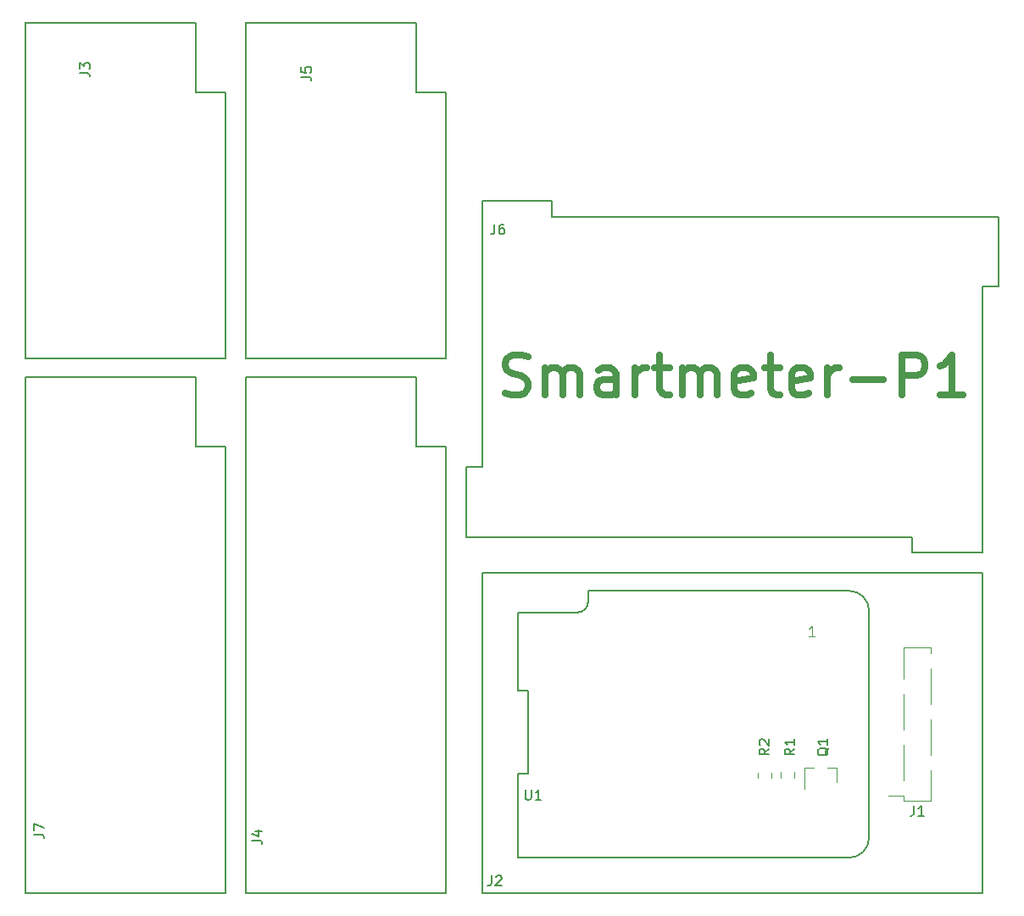
<source format=gbr>
%TF.GenerationSoftware,KiCad,Pcbnew,5.1.6-c6e7f7d~86~ubuntu18.04.1*%
%TF.CreationDate,2020-05-16T18:56:39+02:00*%
%TF.ProjectId,slimme-meter-tra,736c696d-6d65-42d6-9d65-7465722d7472,rev?*%
%TF.SameCoordinates,Original*%
%TF.FileFunction,Legend,Top*%
%TF.FilePolarity,Positive*%
%FSLAX46Y46*%
G04 Gerber Fmt 4.6, Leading zero omitted, Abs format (unit mm)*
G04 Created by KiCad (PCBNEW 5.1.6-c6e7f7d~86~ubuntu18.04.1) date 2020-05-16 18:56:39*
%MOMM*%
%LPD*%
G01*
G04 APERTURE LIST*
%ADD10C,0.700000*%
%ADD11C,0.200000*%
%ADD12C,0.150000*%
%ADD13C,0.120000*%
%ADD14C,0.015000*%
G04 APERTURE END LIST*
D10*
X127942857Y-75019047D02*
X128514285Y-75209523D01*
X129466666Y-75209523D01*
X129847619Y-75019047D01*
X130038095Y-74828571D01*
X130228571Y-74447619D01*
X130228571Y-74066666D01*
X130038095Y-73685714D01*
X129847619Y-73495238D01*
X129466666Y-73304761D01*
X128704761Y-73114285D01*
X128323809Y-72923809D01*
X128133333Y-72733333D01*
X127942857Y-72352380D01*
X127942857Y-71971428D01*
X128133333Y-71590476D01*
X128323809Y-71400000D01*
X128704761Y-71209523D01*
X129657142Y-71209523D01*
X130228571Y-71400000D01*
X131942857Y-75209523D02*
X131942857Y-72542857D01*
X131942857Y-72923809D02*
X132133333Y-72733333D01*
X132514285Y-72542857D01*
X133085714Y-72542857D01*
X133466666Y-72733333D01*
X133657142Y-73114285D01*
X133657142Y-75209523D01*
X133657142Y-73114285D02*
X133847619Y-72733333D01*
X134228571Y-72542857D01*
X134800000Y-72542857D01*
X135180952Y-72733333D01*
X135371428Y-73114285D01*
X135371428Y-75209523D01*
X138990476Y-75209523D02*
X138990476Y-73114285D01*
X138800000Y-72733333D01*
X138419047Y-72542857D01*
X137657142Y-72542857D01*
X137276190Y-72733333D01*
X138990476Y-75019047D02*
X138609523Y-75209523D01*
X137657142Y-75209523D01*
X137276190Y-75019047D01*
X137085714Y-74638095D01*
X137085714Y-74257142D01*
X137276190Y-73876190D01*
X137657142Y-73685714D01*
X138609523Y-73685714D01*
X138990476Y-73495238D01*
X140895238Y-75209523D02*
X140895238Y-72542857D01*
X140895238Y-73304761D02*
X141085714Y-72923809D01*
X141276190Y-72733333D01*
X141657142Y-72542857D01*
X142038095Y-72542857D01*
X142800000Y-72542857D02*
X144323809Y-72542857D01*
X143371428Y-71209523D02*
X143371428Y-74638095D01*
X143561904Y-75019047D01*
X143942857Y-75209523D01*
X144323809Y-75209523D01*
X145657142Y-75209523D02*
X145657142Y-72542857D01*
X145657142Y-72923809D02*
X145847619Y-72733333D01*
X146228571Y-72542857D01*
X146800000Y-72542857D01*
X147180952Y-72733333D01*
X147371428Y-73114285D01*
X147371428Y-75209523D01*
X147371428Y-73114285D02*
X147561904Y-72733333D01*
X147942857Y-72542857D01*
X148514285Y-72542857D01*
X148895238Y-72733333D01*
X149085714Y-73114285D01*
X149085714Y-75209523D01*
X152514285Y-75019047D02*
X152133333Y-75209523D01*
X151371428Y-75209523D01*
X150990476Y-75019047D01*
X150800000Y-74638095D01*
X150800000Y-73114285D01*
X150990476Y-72733333D01*
X151371428Y-72542857D01*
X152133333Y-72542857D01*
X152514285Y-72733333D01*
X152704761Y-73114285D01*
X152704761Y-73495238D01*
X150800000Y-73876190D01*
X153847619Y-72542857D02*
X155371428Y-72542857D01*
X154419047Y-71209523D02*
X154419047Y-74638095D01*
X154609523Y-75019047D01*
X154990476Y-75209523D01*
X155371428Y-75209523D01*
X158228571Y-75019047D02*
X157847619Y-75209523D01*
X157085714Y-75209523D01*
X156704761Y-75019047D01*
X156514285Y-74638095D01*
X156514285Y-73114285D01*
X156704761Y-72733333D01*
X157085714Y-72542857D01*
X157847619Y-72542857D01*
X158228571Y-72733333D01*
X158419047Y-73114285D01*
X158419047Y-73495238D01*
X156514285Y-73876190D01*
X160133333Y-75209523D02*
X160133333Y-72542857D01*
X160133333Y-73304761D02*
X160323809Y-72923809D01*
X160514285Y-72733333D01*
X160895238Y-72542857D01*
X161276190Y-72542857D01*
X162609523Y-73685714D02*
X165657142Y-73685714D01*
X167561904Y-75209523D02*
X167561904Y-71209523D01*
X169085714Y-71209523D01*
X169466666Y-71400000D01*
X169657142Y-71590476D01*
X169847619Y-71971428D01*
X169847619Y-72542857D01*
X169657142Y-72923809D01*
X169466666Y-73114285D01*
X169085714Y-73304761D01*
X167561904Y-73304761D01*
X173657142Y-75209523D02*
X171371428Y-75209523D01*
X172514285Y-75209523D02*
X172514285Y-71209523D01*
X172133333Y-71780952D01*
X171752380Y-72161904D01*
X171371428Y-72352380D01*
D11*
X125600000Y-93000000D02*
X175600000Y-93000000D01*
X125600000Y-93000000D02*
X125600000Y-125000000D01*
X175600000Y-125000000D02*
X175600000Y-93000000D01*
X125600000Y-125000000D02*
X175600000Y-125000000D01*
X124000000Y-82400000D02*
X124000000Y-89400000D01*
X168600000Y-91000000D02*
X175600000Y-91000000D01*
X125600000Y-55800000D02*
X132600000Y-55800000D01*
X175600000Y-91000000D02*
X175600000Y-64400000D01*
X124000000Y-89400000D02*
X168600000Y-89400000D01*
X168600000Y-89400000D02*
X168600000Y-91000000D01*
X125600000Y-55800000D02*
X125600000Y-82400000D01*
X125600000Y-82400000D02*
X124000000Y-82400000D01*
X132600000Y-57400000D02*
X177200000Y-57400000D01*
X132600000Y-57400000D02*
X132600000Y-55800000D01*
X177200000Y-64400000D02*
X177200000Y-57400000D01*
X175600000Y-64400000D02*
X177200000Y-64400000D01*
X119000000Y-73400000D02*
X119000000Y-80400000D01*
X119000000Y-73400000D02*
X102000000Y-73400000D01*
X119000000Y-80400000D02*
X122000000Y-80400000D01*
X122000000Y-125000000D02*
X122000000Y-80400000D01*
X102000000Y-73400000D02*
X102000000Y-125000000D01*
X102000000Y-125000000D02*
X122000000Y-125000000D01*
X97000000Y-73400000D02*
X97000000Y-80400000D01*
X97000000Y-73400000D02*
X80000000Y-73400000D01*
X97000000Y-80400000D02*
X100000000Y-80400000D01*
X100000000Y-125000000D02*
X100000000Y-80400000D01*
X80000000Y-73400000D02*
X80000000Y-125000000D01*
X80000000Y-125000000D02*
X100000000Y-125000000D01*
X119000000Y-38000000D02*
X119000000Y-45000000D01*
X122000000Y-71600000D02*
X102000000Y-71600000D01*
X102000000Y-38000000D02*
X119000000Y-38000000D01*
X122000000Y-45000000D02*
X122000000Y-71600000D01*
X119000000Y-45000000D02*
X122000000Y-45000000D01*
X102030000Y-71597000D02*
X102030000Y-37997000D01*
X97000000Y-38000000D02*
X97000000Y-45000000D01*
X100000000Y-71600000D02*
X80000000Y-71600000D01*
X80000000Y-38000000D02*
X97000000Y-38000000D01*
X100000000Y-45000000D02*
X100000000Y-71600000D01*
X97000000Y-45000000D02*
X100000000Y-45000000D01*
X80030000Y-71597000D02*
X80030000Y-37997000D01*
D12*
X129186000Y-121448000D02*
X162266000Y-121448000D01*
X164266000Y-119448000D02*
X164266000Y-96788000D01*
X162266000Y-94788000D02*
X136186000Y-94788000D01*
X129186000Y-96938000D02*
X129186000Y-104798000D01*
X129186000Y-104798000D02*
X130186000Y-104798000D01*
X130186000Y-104798000D02*
X130186000Y-113018000D01*
X130186000Y-113018000D02*
X129186000Y-113018000D01*
X129186000Y-113018000D02*
X129186000Y-121447999D01*
X129186000Y-96938000D02*
X135186000Y-96938000D01*
X136186000Y-95948000D02*
X136186000Y-94788000D01*
X136186000Y-94788000D02*
X136186000Y-94788000D01*
X135186000Y-96938000D02*
G75*
G03*
X136186000Y-95938000I0J1000000D01*
G01*
X162266000Y-121448000D02*
G75*
G03*
X164266000Y-119448000I0J2000000D01*
G01*
X164266000Y-96788000D02*
G75*
G03*
X162266000Y-94788000I-2000000J0D01*
G01*
D13*
X170406000Y-115798000D02*
X167746000Y-115798000D01*
X170406000Y-100438000D02*
X167746000Y-100438000D01*
X167746000Y-113708000D02*
X167746000Y-110148000D01*
X167746000Y-108628000D02*
X167746000Y-105068000D01*
X167746000Y-103548000D02*
X167746000Y-100438000D01*
X170406000Y-115798000D02*
X170406000Y-112688000D01*
X167746000Y-115228000D02*
X166226000Y-115228000D01*
X167746000Y-115798000D02*
X167746000Y-115228000D01*
X170406000Y-101008000D02*
X170406000Y-100438000D01*
X170406000Y-111168000D02*
X170406000Y-107608000D01*
X170406000Y-106088000D02*
X170406000Y-102528000D01*
X154546000Y-112936748D02*
X154546000Y-113459252D01*
X153126000Y-112936748D02*
X153126000Y-113459252D01*
X156832000Y-112927748D02*
X156832000Y-113450252D01*
X155412000Y-112927748D02*
X155412000Y-113450252D01*
X161004000Y-112438000D02*
X160074000Y-112438000D01*
X157844000Y-112438000D02*
X158774000Y-112438000D01*
X157844000Y-112438000D02*
X157844000Y-114598000D01*
X161004000Y-112438000D02*
X161004000Y-113898000D01*
D12*
X126566666Y-123252380D02*
X126566666Y-123966666D01*
X126519047Y-124109523D01*
X126423809Y-124204761D01*
X126280952Y-124252380D01*
X126185714Y-124252380D01*
X126995238Y-123347619D02*
X127042857Y-123300000D01*
X127138095Y-123252380D01*
X127376190Y-123252380D01*
X127471428Y-123300000D01*
X127519047Y-123347619D01*
X127566666Y-123442857D01*
X127566666Y-123538095D01*
X127519047Y-123680952D01*
X126947619Y-124252380D01*
X127566666Y-124252380D01*
X126866666Y-58152380D02*
X126866666Y-58866666D01*
X126819047Y-59009523D01*
X126723809Y-59104761D01*
X126580952Y-59152380D01*
X126485714Y-59152380D01*
X127771428Y-58152380D02*
X127580952Y-58152380D01*
X127485714Y-58200000D01*
X127438095Y-58247619D01*
X127342857Y-58390476D01*
X127295238Y-58580952D01*
X127295238Y-58961904D01*
X127342857Y-59057142D01*
X127390476Y-59104761D01*
X127485714Y-59152380D01*
X127676190Y-59152380D01*
X127771428Y-59104761D01*
X127819047Y-59057142D01*
X127866666Y-58961904D01*
X127866666Y-58723809D01*
X127819047Y-58628571D01*
X127771428Y-58580952D01*
X127676190Y-58533333D01*
X127485714Y-58533333D01*
X127390476Y-58580952D01*
X127342857Y-58628571D01*
X127295238Y-58723809D01*
X102652380Y-119733333D02*
X103366666Y-119733333D01*
X103509523Y-119780952D01*
X103604761Y-119876190D01*
X103652380Y-120019047D01*
X103652380Y-120114285D01*
X102985714Y-118828571D02*
X103652380Y-118828571D01*
X102604761Y-119066666D02*
X103319047Y-119304761D01*
X103319047Y-118685714D01*
X80852380Y-119133333D02*
X81566666Y-119133333D01*
X81709523Y-119180952D01*
X81804761Y-119276190D01*
X81852380Y-119419047D01*
X81852380Y-119514285D01*
X80852380Y-118752380D02*
X80852380Y-118085714D01*
X81852380Y-118514285D01*
X107552380Y-43433333D02*
X108266666Y-43433333D01*
X108409523Y-43480952D01*
X108504761Y-43576190D01*
X108552380Y-43719047D01*
X108552380Y-43814285D01*
X107552380Y-42480952D02*
X107552380Y-42957142D01*
X108028571Y-43004761D01*
X107980952Y-42957142D01*
X107933333Y-42861904D01*
X107933333Y-42623809D01*
X107980952Y-42528571D01*
X108028571Y-42480952D01*
X108123809Y-42433333D01*
X108361904Y-42433333D01*
X108457142Y-42480952D01*
X108504761Y-42528571D01*
X108552380Y-42623809D01*
X108552380Y-42861904D01*
X108504761Y-42957142D01*
X108457142Y-43004761D01*
X85452380Y-43033333D02*
X86166666Y-43033333D01*
X86309523Y-43080952D01*
X86404761Y-43176190D01*
X86452380Y-43319047D01*
X86452380Y-43414285D01*
X85452380Y-42652380D02*
X85452380Y-42033333D01*
X85833333Y-42366666D01*
X85833333Y-42223809D01*
X85880952Y-42128571D01*
X85928571Y-42080952D01*
X86023809Y-42033333D01*
X86261904Y-42033333D01*
X86357142Y-42080952D01*
X86404761Y-42128571D01*
X86452380Y-42223809D01*
X86452380Y-42509523D01*
X86404761Y-42604761D01*
X86357142Y-42652380D01*
X129938095Y-114652380D02*
X129938095Y-115461904D01*
X129985714Y-115557142D01*
X130033333Y-115604761D01*
X130128571Y-115652380D01*
X130319047Y-115652380D01*
X130414285Y-115604761D01*
X130461904Y-115557142D01*
X130509523Y-115461904D01*
X130509523Y-114652380D01*
X131509523Y-115652380D02*
X130938095Y-115652380D01*
X131223809Y-115652380D02*
X131223809Y-114652380D01*
X131128571Y-114795238D01*
X131033333Y-114890476D01*
X130938095Y-114938095D01*
D14*
X158820714Y-99299380D02*
X158249285Y-99299380D01*
X158535000Y-99299380D02*
X158535000Y-98299380D01*
X158439761Y-98442238D01*
X158344523Y-98537476D01*
X158249285Y-98585095D01*
X158820714Y-99299380D02*
X158249285Y-99299380D01*
X158535000Y-99299380D02*
X158535000Y-98299380D01*
X158439761Y-98442238D01*
X158344523Y-98537476D01*
X158249285Y-98585095D01*
D12*
X168742666Y-116250380D02*
X168742666Y-116964666D01*
X168695047Y-117107523D01*
X168599809Y-117202761D01*
X168456952Y-117250380D01*
X168361714Y-117250380D01*
X169742666Y-117250380D02*
X169171238Y-117250380D01*
X169456952Y-117250380D02*
X169456952Y-116250380D01*
X169361714Y-116393238D01*
X169266476Y-116488476D01*
X169171238Y-116536095D01*
X154288380Y-110570666D02*
X153812190Y-110904000D01*
X154288380Y-111142095D02*
X153288380Y-111142095D01*
X153288380Y-110761142D01*
X153336000Y-110665904D01*
X153383619Y-110618285D01*
X153478857Y-110570666D01*
X153621714Y-110570666D01*
X153716952Y-110618285D01*
X153764571Y-110665904D01*
X153812190Y-110761142D01*
X153812190Y-111142095D01*
X153383619Y-110189714D02*
X153336000Y-110142095D01*
X153288380Y-110046857D01*
X153288380Y-109808761D01*
X153336000Y-109713523D01*
X153383619Y-109665904D01*
X153478857Y-109618285D01*
X153574095Y-109618285D01*
X153716952Y-109665904D01*
X154288380Y-110237333D01*
X154288380Y-109618285D01*
X156828380Y-110570666D02*
X156352190Y-110904000D01*
X156828380Y-111142095D02*
X155828380Y-111142095D01*
X155828380Y-110761142D01*
X155876000Y-110665904D01*
X155923619Y-110618285D01*
X156018857Y-110570666D01*
X156161714Y-110570666D01*
X156256952Y-110618285D01*
X156304571Y-110665904D01*
X156352190Y-110761142D01*
X156352190Y-111142095D01*
X156828380Y-109618285D02*
X156828380Y-110189714D01*
X156828380Y-109904000D02*
X155828380Y-109904000D01*
X155971238Y-109999238D01*
X156066476Y-110094476D01*
X156114095Y-110189714D01*
X160225619Y-110499238D02*
X160178000Y-110594476D01*
X160082761Y-110689714D01*
X159939904Y-110832571D01*
X159892285Y-110927809D01*
X159892285Y-111023047D01*
X160130380Y-110975428D02*
X160082761Y-111070666D01*
X159987523Y-111165904D01*
X159797047Y-111213523D01*
X159463714Y-111213523D01*
X159273238Y-111165904D01*
X159178000Y-111070666D01*
X159130380Y-110975428D01*
X159130380Y-110784952D01*
X159178000Y-110689714D01*
X159273238Y-110594476D01*
X159463714Y-110546857D01*
X159797047Y-110546857D01*
X159987523Y-110594476D01*
X160082761Y-110689714D01*
X160130380Y-110784952D01*
X160130380Y-110975428D01*
X160130380Y-109594476D02*
X160130380Y-110165904D01*
X160130380Y-109880190D02*
X159130380Y-109880190D01*
X159273238Y-109975428D01*
X159368476Y-110070666D01*
X159416095Y-110165904D01*
M02*

</source>
